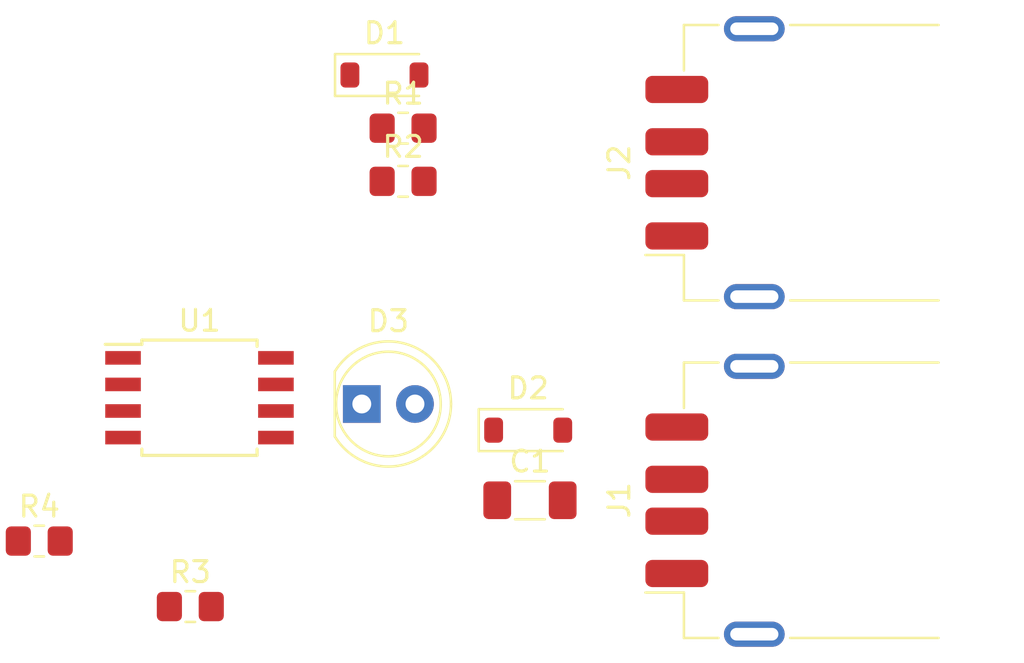
<source format=kicad_pcb>
(kicad_pcb (version 20221018) (generator pcbnew)
  (layers (0 "F.Cu" signal) (31 "B.Cu" signal) (34 "B.Paste" user) (35 "F.Paste" user) (36 "B.SilkS" user "B.Silkscreen") (37 "F.SilkS" user "F.Silkscreen") (38 "B.Mask" user) (39 "F.Mask" user) (44 "Edge.Cuts" user))
  (net 0 "")
  (net 1 "+5V")
  (net 2 "GND")
  (net 3 "Net-(D1-K)")
  (net 4 "Net-(D2-K)")
  (net 5 "Net-(D3-A)")
  (net 6 "Net-(J1-VBUS)")
  (net 7 "Net-(J1-D-)")
  (net 8 "Net-(J1-D+)")
  (net 9 "Net-(J2-VBUS)")
  (net 10 "Net-(J2-D-)")
  (net 11 "Net-(J2-D+)")
  (footprint "Connector_USB:USB_A_Receptacle_GCT_USB1046" (layer "F.Cu") (at 185.42 91.44 90)
    (fp_text reference "J1" (at 0 -10 90) (layer "F.SilkS"))
    (fp_text value "USB_A")
    (fp_line (start -6.58 -6.91) (end -6.58 -5.26) (stroke (width 0.12)) (layer "F.SilkS"))
    (fp_line (start -6.58 -1.84) (end -6.58 5.25) (stroke (width 0.12)) (layer "F.SilkS"))
    (fp_line (start -4.41 -6.91) (end -6.58 -6.91) (stroke (width 0.12)) (layer "F.SilkS"))
    (fp_line (start -4.41 -6.91) (end -4.41 -8.75) (stroke (width 0.12)) (layer "F.SilkS"))
    (fp_line (start 4.41 -6.91) (end 6.58 -6.91) (stroke (width 0.12)) (layer "F.SilkS"))
    (fp_line (start 6.58 -6.91) (end 6.58 -5.26) (stroke (width 0.12)) (layer "F.SilkS"))
    (fp_line (start 6.58 -1.84) (end 6.58 5.25) (stroke (width 0.12)) (layer "F.SilkS"))
    (pad "1" smd roundrect (at -3.5 -7.25 90) (size 1.3 3) (layers "F.Cu" "F.Paste" "F.Mask") (net 6 "Net-(J1-VBUS)"))
    (pad "2" smd roundrect (at -1 -7.25 90) (size 1.3 3) (layers "F.Cu" "F.Paste" "F.Mask") (net 7 "Net-(J1-D-)"))
    (pad "3" smd roundrect (at 1 -7.25 90) (size 1.3 3) (layers "F.Cu" "F.Paste" "F.Mask") (net 8 "Net-(J1-D+)"))
    (pad "4" smd roundrect (at 3.5 -7.25 90) (size 1.3 3) (layers "F.Cu" "F.Paste" "F.Mask") (net 1 "+5V"))
    (pad "5" thru_hole oval (at -6.4 -3.55 90) (size 1.2 2.9) (drill oval 0.6 2.3) (layers "*.Cu" "*.Mask") (net 2 "GND"))
    (pad "5" thru_hole oval (at 6.4 -3.55 90) (size 1.2 2.9) (drill oval 0.6 2.3) (layers "*.Cu" "*.Mask") (net 2 "GND"))
  )
  (footprint "LED_THT:LED_D5.0mm" (layer "F.Cu") (at 163.1275 86.84)
    (fp_text reference "D3" (at 1.27 -3.96) (layer "F.SilkS"))
    (fp_text value "LED")
    (fp_line (start -1.29 -1.545) (end -1.29 1.545) (stroke (width 0.12)) (layer "F.SilkS"))
    (fp_arc (start -1.29 -1.54483) (mid 2.072002 -2.880433) (end 4.26 0.000462) (stroke (width 0.12)) (layer "F.SilkS"))
    (fp_arc (start 4.26 -0.000462) (mid 2.072002 2.880433) (end -1.29 1.54483) (stroke (width 0.12)) (layer "F.SilkS"))
    (fp_circle (center 1.27 0) (end 3.77 0) (stroke (width 0.12)) (fill none) (layer "F.SilkS"))
    (pad "1" thru_hole rect (at 0 0) (size 1.8 1.8) (drill 0.9) (layers "*.Cu" "*.Mask") (net 2 "GND"))
    (pad "2" thru_hole circle (at 2.54 0) (size 1.8 1.8) (drill 0.9) (layers "*.Cu" "*.Mask") (net 5 "Net-(D3-A)"))
  )
  (footprint "Resistor_SMD:R_0805_2012Metric_Pad1.20x1.40mm_HandSolder" (layer "F.Cu") (at 165.1 73.66)
    (fp_text reference "R1" (at 0 -1.65) (layer "F.SilkS"))
    (fp_text value "68Ω")
    (fp_line (start -0.227064 -0.735) (end 0.227064 -0.735) (stroke (width 0.12)) (layer "F.SilkS"))
    (fp_line (start -0.227064 0.735) (end 0.227064 0.735) (stroke (width 0.12)) (layer "F.SilkS"))
    (pad "1" smd roundrect (at -1 0) (size 1.2 1.4) (layers "F.Cu" "F.Paste" "F.Mask") (roundrect_rratio 0.208333) (net 3 "Net-(D1-K)"))
    (pad "2" smd roundrect (at 1 0) (size 1.2 1.4) (layers "F.Cu" "F.Paste" "F.Mask") (roundrect_rratio 0.208333) (net 11 "Net-(J2-D+)"))
  )
  (footprint "Resistor_SMD:R_0805_2012Metric_Pad1.20x1.40mm_HandSolder" (layer "F.Cu") (at 147.7275 93.39)
    (fp_text reference "R4" (at 0 -1.65) (layer "F.SilkS"))
    (fp_text value "68Ω")
    (fp_line (start -0.227064 -0.735) (end 0.227064 -0.735) (stroke (width 0.12)) (layer "F.SilkS"))
    (fp_line (start -0.227064 0.735) (end 0.227064 0.735) (stroke (width 0.12)) (layer "F.SilkS"))
    (pad "1" smd roundrect (at -1 0) (size 1.2 1.4) (layers "F.Cu" "F.Paste" "F.Mask") (roundrect_rratio 0.208333) (net 4 "Net-(D2-K)"))
    (pad "2" smd roundrect (at 1 0) (size 1.2 1.4) (layers "F.Cu" "F.Paste" "F.Mask") (roundrect_rratio 0.208333) (net 1 "+5V"))
  )
  (footprint "Resistor_SMD:R_0805_2012Metric_Pad1.20x1.40mm_HandSolder" (layer "F.Cu") (at 165.1 76.2)
    (fp_text reference "R2" (at 0 -1.65) (layer "F.SilkS"))
    (fp_text value "68Ω")
    (fp_line (start -0.227064 -0.735) (end 0.227064 -0.735) (stroke (width 0.12)) (layer "F.SilkS"))
    (fp_line (start -0.227064 0.735) (end 0.227064 0.735) (stroke (width 0.12)) (layer "F.SilkS"))
    (pad "1" smd roundrect (at -1 0) (size 1.2 1.4) (layers "F.Cu" "F.Paste" "F.Mask") (roundrect_rratio 0.208333) (net 4 "Net-(D2-K)"))
    (pad "2" smd roundrect (at 1 0) (size 1.2 1.4) (layers "F.Cu" "F.Paste" "F.Mask") (roundrect_rratio 0.208333) (net 10 "Net-(J2-D-)"))
  )
  (footprint "Package_SO:SOIC-8W_5.3x5.3mm_P1.27mm" (layer "F.Cu") (at 155.3775 86.54)
    (fp_text reference "U1" (at 0 -3.68) (layer "F.SilkS"))
    (fp_text value "ATtiny85-20S")
    (fp_line (start -2.75 -2.755) (end -2.75 -2.55) (stroke (width 0.15)) (layer "F.SilkS"))
    (fp_line (start -2.75 -2.755) (end 2.75 -2.755) (stroke (width 0.15)) (layer "F.SilkS"))
    (fp_line (start -2.75 -2.55) (end -4.5 -2.55) (stroke (width 0.15)) (layer "F.SilkS"))
    (fp_line (start -2.75 2.755) (end -2.75 2.455) (stroke (width 0.15)) (layer "F.SilkS"))
    (fp_line (start -2.75 2.755) (end 2.75 2.755) (stroke (width 0.15)) (layer "F.SilkS"))
    (fp_line (start 2.75 -2.755) (end 2.75 -2.455) (stroke (width 0.15)) (layer "F.SilkS"))
    (fp_line (start 2.75 2.755) (end 2.75 2.455) (stroke (width 0.15)) (layer "F.SilkS"))
    (pad "1" smd rect (at -3.65 -1.905) (size 1.7 0.65) (layers "F.Cu" "F.Paste" "F.Mask") (net 9 "Net-(J2-VBUS)"))
    (pad "2" smd rect (at -3.65 -0.635) (size 1.7 0.65) (layers "F.Cu" "F.Paste" "F.Mask") (net 10 "Net-(J2-D-)"))
    (pad "3" smd rect (at -3.65 0.635) (size 1.7 0.65) (layers "F.Cu" "F.Paste" "F.Mask") (net 11 "Net-(J2-D+)"))
    (pad "4" smd rect (at -3.65 1.905) (size 1.7 0.65) (layers "F.Cu" "F.Paste" "F.Mask") (net 2 "GND"))
    (pad "5" smd rect (at 3.65 1.905) (size 1.7 0.65) (layers "F.Cu" "F.Paste" "F.Mask") (net 6 "Net-(J1-VBUS)"))
    (pad "6" smd rect (at 3.65 0.635) (size 1.7 0.65) (layers "F.Cu" "F.Paste" "F.Mask") (net 7 "Net-(J1-D-)"))
    (pad "7" smd rect (at 3.65 -0.635) (size 1.7 0.65) (layers "F.Cu" "F.Paste" "F.Mask") (net 8 "Net-(J1-D+)"))
    (pad "8" smd rect (at 3.65 -1.905) (size 1.7 0.65) (layers "F.Cu" "F.Paste" "F.Mask") (net 1 "+5V"))
  )
  (footprint "Diode_SMD:D_SOD-123" (layer "F.Cu") (at 171.0725 88.09)
    (fp_text reference "D2" (at 0 -2) (layer "F.SilkS"))
    (fp_text value "3V6")
    (fp_line (start -2.36 -1) (end -2.36 1) (stroke (width 0.12)) (layer "F.SilkS"))
    (fp_line (start -2.36 -1) (end 1.65 -1) (stroke (width 0.12)) (layer "F.SilkS"))
    (fp_line (start -2.36 1) (end 1.65 1) (stroke (width 0.12)) (layer "F.SilkS"))
    (pad "1" smd roundrect (at -1.65 0) (size 0.9 1.2) (layers "F.Cu" "F.Paste" "F.Mask") (net 4 "Net-(D2-K)"))
    (pad "2" smd roundrect (at 1.65 0) (size 0.9 1.2) (layers "F.Cu" "F.Paste" "F.Mask") (net 2 "GND"))
  )
  (footprint "Capacitor_SMD:C_1206_3216Metric_Pad1.33x1.80mm_HandSolder" (layer "F.Cu") (at 171.1575 91.44)
    (fp_text reference "C1" (at 0 -1.85) (layer "F.SilkS"))
    (fp_text value "100nF")
    (fp_line (start -0.711252 -0.91) (end 0.711252 -0.91) (stroke (width 0.12)) (layer "F.SilkS"))
    (fp_line (start -0.711252 0.91) (end 0.711252 0.91) (stroke (width 0.12)) (layer "F.SilkS"))
    (pad "1" smd roundrect (at -1.5625 0) (size 1.325 1.8) (layers "F.Cu" "F.Paste" "F.Mask") (roundrect_rratio 0.188679) (net 1 "+5V"))
    (pad "2" smd roundrect (at 1.5625 0) (size 1.325 1.8) (layers "F.Cu" "F.Paste" "F.Mask") (roundrect_rratio 0.188679) (net 2 "GND"))
  )
  (footprint "Resistor_SMD:R_0805_2012Metric_Pad1.20x1.40mm_HandSolder" (layer "F.Cu") (at 154.94 96.52)
    (fp_text reference "R3" (at 0 -1.65) (layer "F.SilkS"))
    (fp_text value "68Ω")
    (fp_line (start -0.227064 -0.735) (end 0.227064 -0.735) (stroke (width 0.12)) (layer "F.SilkS"))
    (fp_line (start -0.227064 0.735) (end 0.227064 0.735) (stroke (width 0.12)) (layer "F.SilkS"))
    (pad "1" smd roundrect (at -1 0) (size 1.2 1.4) (layers "F.Cu" "F.Paste" "F.Mask") (roundrect_rratio 0.208333) (net 5 "Net-(D3-A)"))
    (pad "2" smd roundrect (at 1 0) (size 1.2 1.4) (layers "F.Cu" "F.Paste" "F.Mask") (roundrect_rratio 0.208333) (net 7 "Net-(J1-D-)"))
  )
  (footprint "Diode_SMD:D_SOD-123" (layer "F.Cu") (at 164.21 71.12)
    (fp_text reference "D1" (at 0 -2) (layer "F.SilkS"))
    (fp_text value "3V6")
    (fp_line (start -2.36 -1) (end -2.36 1) (stroke (width 0.12)) (layer "F.SilkS"))
    (fp_line (start -2.36 -1) (end 1.65 -1) (stroke (width 0.12)) (layer "F.SilkS"))
    (fp_line (start -2.36 1) (end 1.65 1) (stroke (width 0.12)) (layer "F.SilkS"))
    (pad "1" smd roundrect (at -1.65 0) (size 0.9 1.2) (layers "F.Cu" "F.Paste" "F.Mask") (net 3 "Net-(D1-K)"))
    (pad "2" smd roundrect (at 1.65 0) (size 0.9 1.2) (layers "F.Cu" "F.Paste" "F.Mask") (net 2 "GND"))
  )
  (footprint "Connector_USB:USB_A_Receptacle_GCT_USB1046" (layer "F.Cu") (at 185.42 75.31 90)
    (fp_text reference "J2" (at 0 -10 90) (layer "F.SilkS"))
    (fp_text value "USB_A")
    (fp_line (start -6.58 -6.91) (end -6.58 -5.26) (stroke (width 0.12)) (layer "F.SilkS"))
    (fp_line (start -6.58 -1.84) (end -6.58 5.25) (stroke (width 0.12)) (layer "F.SilkS"))
    (fp_line (start -4.41 -6.91) (end -6.58 -6.91) (stroke (width 0.12)) (layer "F.SilkS"))
    (fp_line (start -4.41 -6.91) (end -4.41 -8.75) (stroke (width 0.12)) (layer "F.SilkS"))
    (fp_line (start 4.41 -6.91) (end 6.58 -6.91) (stroke (width 0.12)) (layer "F.SilkS"))
    (fp_line (start 6.58 -6.91) (end 6.58 -5.26) (stroke (width 0.12)) (layer "F.SilkS"))
    (fp_line (start 6.58 -1.84) (end 6.58 5.25) (stroke (width 0.12)) (layer "F.SilkS"))
    (pad "1" smd roundrect (at -3.5 -7.25 90) (size 1.3 3) (layers "F.Cu" "F.Paste" "F.Mask") (net 9 "Net-(J2-VBUS)"))
    (pad "2" smd roundrect (at -1 -7.25 90) (size 1.3 3) (layers "F.Cu" "F.Paste" "F.Mask") (net 10 "Net-(J2-D-)"))
    (pad "3" smd roundrect (at 1 -7.25 90) (size 1.3 3) (layers "F.Cu" "F.Paste" "F.Mask") (net 11 "Net-(J2-D+)"))
    (pad "4" smd roundrect (at 3.5 -7.25 90) (size 1.3 3) (layers "F.Cu" "F.Paste" "F.Mask") (net 2 "GND"))
    (pad "5" thru_hole oval (at -6.4 -3.55 90) (size 1.2 2.9) (drill oval 0.6 2.3) (layers "*.Cu" "*.Mask") (net 2 "GND"))
    (pad "5" thru_hole oval (at 6.4 -3.55 90) (size 1.2 2.9) (drill oval 0.6 2.3) (layers "*.Cu" "*.Mask") (net 2 "GND"))
  )
)
</source>
